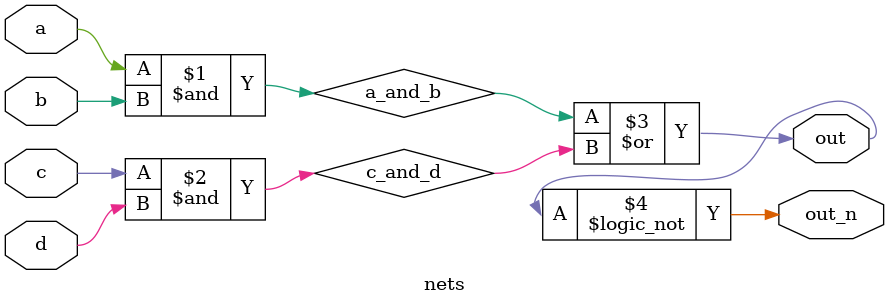
<source format=v>
module nets(
    input a,
    input b,
    input c,
    input d,
    output out,
    output out_n   ); 
    
    wire a_and_b;
    wire c_and_d;
    
    assign a_and_b = a & b;
    assign c_and_d = c & d;
    assign out = a_and_b | c_and_d;
    assign out_n = !out;

endmodule
</source>
